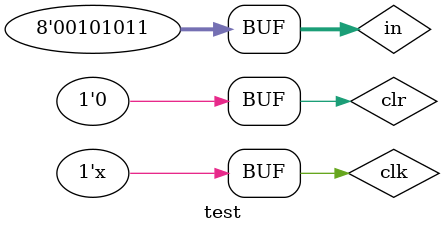
<source format=v>
`timescale 1ns / 1ps


module test;

	// Inputs
	reg clk;
	reg clr;
	reg [7:0] in;

	// Outputs
	wire out;

	// Instantiate the Unit Under Test (UUT)
	string uut (
		.clk(clk), 
		.clr(clr), 
		.in(in), 
		.out(out)
	);

	initial begin
		// Initialize Inputs
		clk = 0;
		clr = 0;
		in = 8'd48;
		#10;
		in = 8'd42;
		#10;
		in = 8'd49;
		#10;
		in = 8'd43;
		#10;
		in = 8'd50;
		#30;
		clr = 1;
		#10;
		clr = 0;
		in = 8'd48;
		#10;
		in = 8'd42;
		#10;
		in = 8'd49;
		#10;
		in = 8'd43;
	end
    always #5 clk = ~clk;
endmodule


</source>
